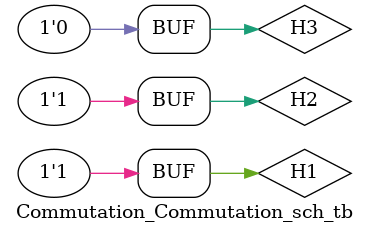
<source format=v>

`timescale 1ns / 1ps

module Commutation_Commutation_sch_tb();

// Inputs
   reg H1;
   reg H2;
   reg H3;

// Output
   wire A;
   wire AA;
   wire B;
   wire BB;
   wire C;
   wire CC;

// Bidirs

// Instantiate the UUT
   Commutation UUT (
		.H1(H1), 
		.H2(H2), 
		.H3(H3), 
		.A(A), 
		.AA(AA), 
		.B(B), 
		.BB(BB), 
		.C(C), 
		.CC(CC)
   );
// Initialize Inputs
   initial begin
		H1 = 0;
		H2 = 0;
		H3 = 0;
   end
	always begin
	H1=1;
	#2000;
	H1=0;
	#3000;
	H1=1;
	#1000;	
	end
	always begin
	H2=0;
	#3000;
	H2=1;
	#3000;
	end
	always begin
	H3=0;
	#1000;
	H3=1;
	#3000;
	H3=0;
	#2000;
	end
	
endmodule

</source>
